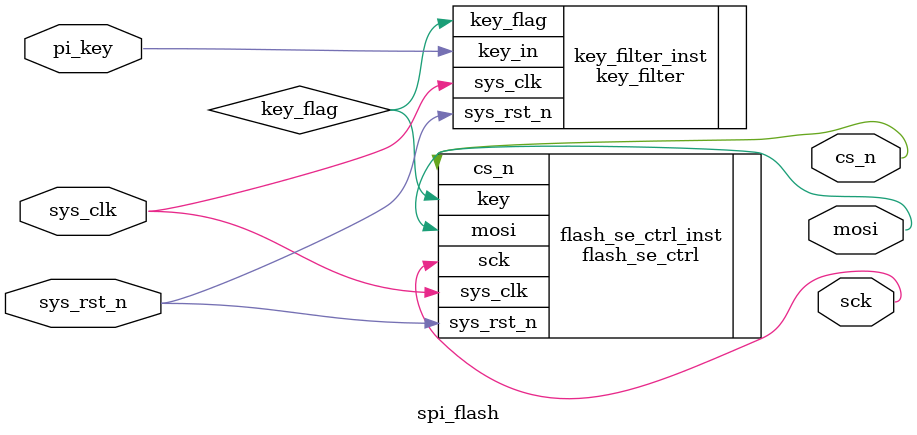
<source format=v>
module  spi_flash
(
    input   wire    sys_clk     ,
    input   wire    sys_rst_n   ,
    input   wire    pi_key      ,
    
    output  wire    sck         ,
    output  wire    cs_n        ,
    output  wire    mosi   


);


wire    key_flag;




flash_se_ctrl   flash_se_ctrl_inst
(
   .sys_clk     (sys_clk  ),
   .sys_rst_n   (sys_rst_n),
   .key         (key_flag ),
 
   .sck         (sck      ),
   .cs_n        (cs_n     ),
   .mosi        (mosi     )

);

key_filter      key_filter_inst

(
    .sys_clk     (sys_clk  ),
    .sys_rst_n   (sys_rst_n),
    .key_in      (pi_key   ),
 
    .key_flag    (key_flag )

);



endmodule
</source>
